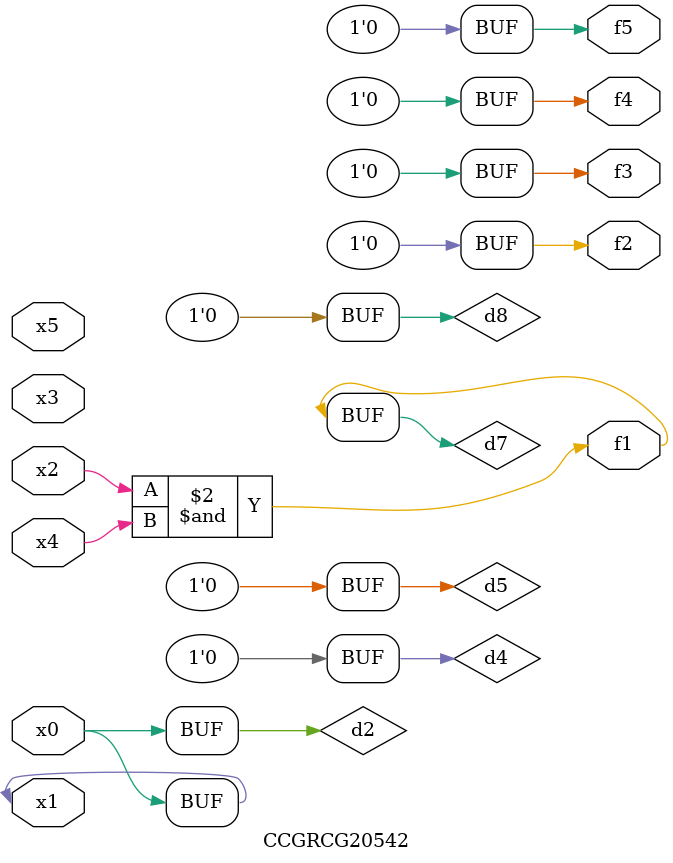
<source format=v>
module CCGRCG20542(
	input x0, x1, x2, x3, x4, x5,
	output f1, f2, f3, f4, f5
);

	wire d1, d2, d3, d4, d5, d6, d7, d8, d9;

	nand (d1, x1);
	buf (d2, x0, x1);
	nand (d3, x2, x4);
	and (d4, d1, d2);
	and (d5, d1, d2);
	nand (d6, d1, d3);
	not (d7, d3);
	xor (d8, d5);
	nor (d9, d5, d6);
	assign f1 = d7;
	assign f2 = d8;
	assign f3 = d8;
	assign f4 = d8;
	assign f5 = d8;
endmodule

</source>
